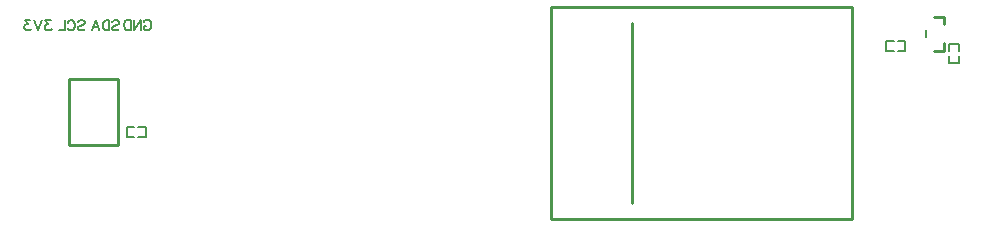
<source format=gbo>
G04 Layer: BottomSilkscreenLayer*
G04 EasyEDA v6.5.5, 2022-06-25 23:47:44*
G04 621e16e28f884fd4bf2062cce9099d3c,e579ade59e434e5c9d4a708449f7d829,10*
G04 Gerber Generator version 0.2*
G04 Scale: 100 percent, Rotated: No, Reflected: No *
G04 Dimensions in inches *
G04 leading zeros omitted , absolute positions ,3 integer and 6 decimal *
%FSLAX36Y36*%
%MOIN*%

%ADD10C,0.0100*%
%ADD46C,0.0060*%
%ADD49C,0.0079*%

%LPD*%
D46*
X-1336499Y304405D02*
G01*
X-1334899Y307505D01*
X-1331700Y310705D01*
X-1328500Y312305D01*
X-1322100Y312305D01*
X-1318999Y310705D01*
X-1315799Y307505D01*
X-1314200Y304405D01*
X-1312600Y299605D01*
X-1312600Y291604D01*
X-1314200Y286905D01*
X-1315799Y283704D01*
X-1318999Y280505D01*
X-1322100Y278904D01*
X-1328500Y278904D01*
X-1331700Y280505D01*
X-1334899Y283704D01*
X-1336499Y286905D01*
X-1336499Y291604D01*
X-1328500Y291604D02*
G01*
X-1336499Y291604D01*
X-1346999Y312305D02*
G01*
X-1346999Y278904D01*
X-1346999Y312305D02*
G01*
X-1369200Y278904D01*
X-1369200Y312305D02*
G01*
X-1369200Y278904D01*
X-1379700Y312305D02*
G01*
X-1379700Y278904D01*
X-1379700Y312305D02*
G01*
X-1390900Y312305D01*
X-1395600Y310705D01*
X-1398800Y307505D01*
X-1400399Y304405D01*
X-1401999Y299605D01*
X-1401999Y291604D01*
X-1400399Y286905D01*
X-1398800Y283704D01*
X-1395600Y280505D01*
X-1390900Y278904D01*
X-1379700Y278904D01*
X-1647181Y310996D02*
G01*
X-1664681Y310996D01*
X-1655135Y298269D01*
X-1659907Y298269D01*
X-1663090Y296678D01*
X-1664681Y295086D01*
X-1666271Y290314D01*
X-1666271Y287132D01*
X-1664681Y282360D01*
X-1661499Y279178D01*
X-1656725Y277586D01*
X-1651953Y277586D01*
X-1647181Y279178D01*
X-1645590Y280769D01*
X-1643999Y283951D01*
X-1676772Y310996D02*
G01*
X-1689498Y277586D01*
X-1702226Y310996D02*
G01*
X-1689498Y277586D01*
X-1715907Y310996D02*
G01*
X-1733407Y310996D01*
X-1723863Y298269D01*
X-1728635Y298269D01*
X-1731817Y296678D01*
X-1733407Y295086D01*
X-1734998Y290314D01*
X-1734998Y287132D01*
X-1733407Y282360D01*
X-1730226Y279178D01*
X-1725453Y277586D01*
X-1720681Y277586D01*
X-1715907Y279178D01*
X-1714317Y280769D01*
X-1712726Y283951D01*
X-1441271Y306223D02*
G01*
X-1438090Y309405D01*
X-1433316Y310996D01*
X-1426953Y310996D01*
X-1422181Y309405D01*
X-1418999Y306223D01*
X-1418999Y303042D01*
X-1420590Y299860D01*
X-1422181Y298269D01*
X-1425362Y296678D01*
X-1434907Y293496D01*
X-1438090Y291905D01*
X-1439681Y290314D01*
X-1441271Y287132D01*
X-1441271Y282360D01*
X-1438090Y279178D01*
X-1433316Y277586D01*
X-1426953Y277586D01*
X-1422181Y279178D01*
X-1418999Y282360D01*
X-1451772Y310996D02*
G01*
X-1451772Y277586D01*
X-1451772Y310996D02*
G01*
X-1462907Y310996D01*
X-1467681Y309405D01*
X-1470862Y306223D01*
X-1472453Y303042D01*
X-1474044Y298269D01*
X-1474044Y290314D01*
X-1472453Y285542D01*
X-1470862Y282360D01*
X-1467681Y279178D01*
X-1462907Y277586D01*
X-1451772Y277586D01*
X-1497272Y310996D02*
G01*
X-1484543Y277586D01*
X-1497272Y310996D02*
G01*
X-1509998Y277586D01*
X-1489317Y288723D02*
G01*
X-1505226Y288723D01*
X-1556046Y306223D02*
G01*
X-1552865Y309405D01*
X-1548091Y310996D01*
X-1541728Y310996D01*
X-1536956Y309405D01*
X-1533774Y306223D01*
X-1533774Y303042D01*
X-1535365Y299860D01*
X-1536956Y298269D01*
X-1540137Y296678D01*
X-1549683Y293496D01*
X-1552865Y291905D01*
X-1554456Y290314D01*
X-1556046Y287132D01*
X-1556046Y282360D01*
X-1552865Y279178D01*
X-1548091Y277586D01*
X-1541728Y277586D01*
X-1536956Y279178D01*
X-1533774Y282360D01*
X-1590410Y303042D02*
G01*
X-1588819Y306223D01*
X-1585637Y309405D01*
X-1582456Y310996D01*
X-1576091Y310996D01*
X-1572910Y309405D01*
X-1569728Y306223D01*
X-1568137Y303042D01*
X-1566547Y298269D01*
X-1566547Y290314D01*
X-1568137Y285542D01*
X-1569728Y282360D01*
X-1572910Y279178D01*
X-1576091Y277586D01*
X-1582456Y277586D01*
X-1585637Y279178D01*
X-1588819Y282360D01*
X-1590410Y285542D01*
X-1600910Y310996D02*
G01*
X-1600910Y277586D01*
X-1600910Y277586D02*
G01*
X-1620001Y277586D01*
X1162700Y208906D02*
G01*
X1137700Y208906D01*
X1137700Y242907D01*
X1158699Y242907D01*
X1162700Y242907D01*
X1177700Y242907D02*
G01*
X1201700Y242907D01*
X1201700Y208906D01*
X1180699Y208906D01*
X1177700Y208906D01*
X1348000Y208207D02*
G01*
X1348000Y233207D01*
X1381999Y233207D01*
X1381999Y212206D01*
X1381999Y208207D01*
X1381999Y193207D02*
G01*
X1381999Y169207D01*
X1348000Y169207D01*
X1348000Y190207D01*
X1348000Y193207D01*
D10*
X1330590Y297407D02*
G01*
X1330590Y323387D01*
X1330590Y297407D01*
X1330590Y323387D01*
X1298500Y323387D01*
X1298500Y208427D02*
G01*
X1330590Y208427D01*
X1330590Y234407D01*
D49*
X1269570Y254097D02*
G01*
X1269570Y277717D01*
D10*
X20500Y356606D02*
G01*
X20500Y-351392D01*
X1024499Y-351392D01*
X1024499Y356606D01*
X20500Y356606D01*
X291499Y302607D02*
G01*
X291499Y-297392D01*
D46*
X-1354499Y-43094D02*
G01*
X-1329499Y-43094D01*
X-1329499Y-77094D01*
X-1350500Y-77094D01*
X-1354499Y-77094D01*
X-1369499Y-77094D02*
G01*
X-1393500Y-77094D01*
X-1393500Y-43094D01*
X-1372500Y-43094D01*
X-1369499Y-43094D01*
D10*
X-1586035Y-103292D02*
G01*
X-1586035Y115706D01*
X-1424035Y115706D01*
X-1424035Y-103292D01*
X-1586035Y-103292D01*
M02*

</source>
